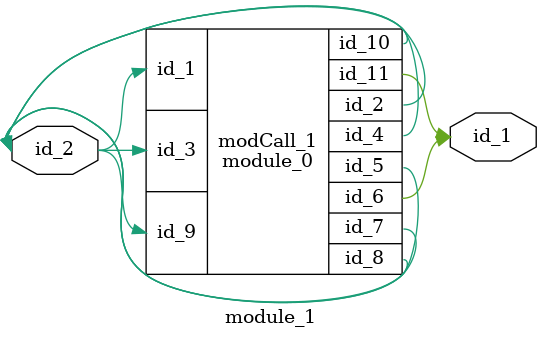
<source format=v>
module module_0 (
    id_1,
    id_2,
    id_3,
    id_4,
    id_5,
    id_6,
    id_7,
    id_8,
    id_9,
    id_10,
    id_11
);
  output wire id_11;
  inout wire id_10;
  input wire id_9;
  inout wire id_8;
  inout wire id_7;
  output wire id_6;
  inout wire id_5;
  output wire id_4;
  input wire id_3;
  inout wire id_2;
  input wire id_1;
  assign id_8 = id_1;
  wire id_12;
  parameter id_13 = ~-1;
endmodule
module module_1 (
    id_1,
    id_2
);
  inout wire id_2;
  output wire id_1;
  module_0 modCall_1 (
      id_2,
      id_2,
      id_2,
      id_2,
      id_2,
      id_1,
      id_2,
      id_2,
      id_2,
      id_2,
      id_1
  );
  localparam id_3 = 1;
endmodule

</source>
